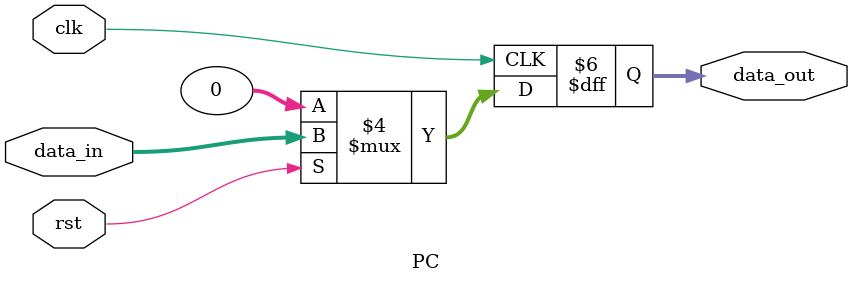
<source format=v>
/******************************************************************************
* Function: 程序计数器（PC）模块
*
* 模块功能描述:
* - 此模块表示一个简单的程序计数器。
* - 通过时钟信号（clk）驱动，根据复位信号（rst）和输入数据（data_in）来更新输出数据（data_out）。
* - 复位时将输出数据清零，否则将输入数据传递到输出数据。
*
* 设计方法:
* - 通过时钟边沿检测，以确定何时更新输出数据。
* - 当复位信号（rst）为真时，将输出数据（data_out）清零。
* - 否则，在时钟上升沿时将输入数据（data_in）传递到输出数据。
*
******************************************************************************/

`timescale 1ns / 1ps

module PC(
    input clk,      // 时钟信号
    input rst,      // 复位信号
    input [31:0] data_in,  // 输入数据
    
    output reg [31:0] data_out  // 输出数据
);

    always @ (posedge clk) begin
        if (!rst) begin
            data_out <= 32'b0;  // 复位时，清零输出数据
        end
        else begin
            data_out <= data_in;  // 否则将输入数据传递到输出数据
        end
    end

endmodule

</source>
